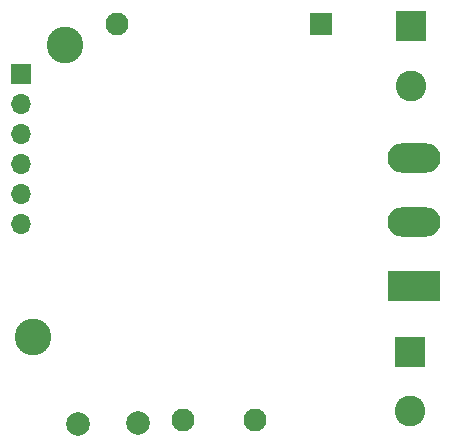
<source format=gts>
G04 #@! TF.GenerationSoftware,KiCad,Pcbnew,5.1.7-a382d34a8~88~ubuntu18.04.1*
G04 #@! TF.CreationDate,2021-11-17T17:12:46+05:30*
G04 #@! TF.ProjectId,BackEnd_HeavyDevice_v5,4261636b-456e-4645-9f48-656176794465,rev?*
G04 #@! TF.SameCoordinates,Original*
G04 #@! TF.FileFunction,Soldermask,Top*
G04 #@! TF.FilePolarity,Negative*
%FSLAX46Y46*%
G04 Gerber Fmt 4.6, Leading zero omitted, Abs format (unit mm)*
G04 Created by KiCad (PCBNEW 5.1.7-a382d34a8~88~ubuntu18.04.1) date 2021-11-17 17:12:46*
%MOMM*%
%LPD*%
G01*
G04 APERTURE LIST*
%ADD10C,3.100000*%
%ADD11R,1.950000X1.950000*%
%ADD12C,1.950000*%
%ADD13R,2.600000X2.600000*%
%ADD14C,2.600000*%
%ADD15R,4.500000X2.500000*%
%ADD16O,4.500000X2.500000*%
%ADD17C,2.000000*%
%ADD18R,1.700000X1.700000*%
%ADD19O,1.700000X1.700000*%
G04 APERTURE END LIST*
D10*
X114554000Y-126187200D03*
X117215920Y-101513640D03*
D11*
X138971000Y-99667000D03*
D12*
X127287000Y-133195000D03*
X121699000Y-99667000D03*
X133383000Y-133195000D03*
D13*
X146576000Y-99860100D03*
D14*
X146576000Y-104940100D03*
D13*
X146497000Y-127460000D03*
D14*
X146497000Y-132460000D03*
D15*
X146827000Y-121917000D03*
D16*
X146827000Y-116467000D03*
X146827000Y-111017000D03*
D17*
X118316000Y-133530000D03*
X123396000Y-133520000D03*
D18*
X113515000Y-103967000D03*
D19*
X113515000Y-106507000D03*
X113515000Y-109047000D03*
X113515000Y-111587000D03*
X113515000Y-114127000D03*
X113515000Y-116667000D03*
M02*

</source>
